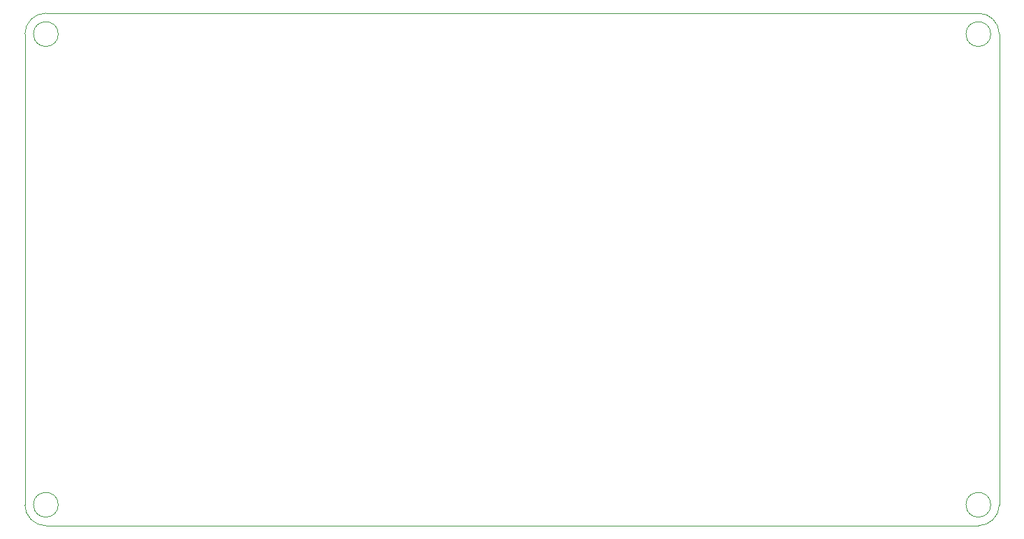
<source format=gm1>
G04 #@! TF.GenerationSoftware,KiCad,Pcbnew,(5.1.2-1)-1*
G04 #@! TF.CreationDate,2020-07-06T20:22:29+09:00*
G04 #@! TF.ProjectId,usb_7seg,7573625f-3773-4656-972e-6b696361645f,rev?*
G04 #@! TF.SameCoordinates,Original*
G04 #@! TF.FileFunction,Profile,NP*
%FSLAX46Y46*%
G04 Gerber Fmt 4.6, Leading zero omitted, Abs format (unit mm)*
G04 Created by KiCad (PCBNEW (5.1.2-1)-1) date 2020-07-06 20:22:29*
%MOMM*%
%LPD*%
G04 APERTURE LIST*
%ADD10C,0.050000*%
%ADD11C,0.120000*%
G04 APERTURE END LIST*
D10*
X139930000Y-85090000D02*
G75*
G03X139930000Y-85090000I-1500000J0D01*
G01*
X26900000Y-85090000D02*
G75*
G03X26900000Y-85090000I-1500000J0D01*
G01*
X139930000Y-27940000D02*
G75*
G03X139930000Y-27940000I-1500000J0D01*
G01*
X26900000Y-27940000D02*
G75*
G03X26900000Y-27940000I-1500000J0D01*
G01*
D11*
X22860000Y-27940000D02*
G75*
G02X25400000Y-25400000I2540000J0D01*
G01*
X25400000Y-87630000D02*
G75*
G02X22860000Y-85090000I0J2540000D01*
G01*
X138430000Y-25400000D02*
G75*
G02X140970000Y-27940000I0J-2540000D01*
G01*
X140970000Y-85090000D02*
G75*
G02X138430000Y-87630000I-2540000J0D01*
G01*
X140970000Y-85090000D02*
X140970000Y-27940000D01*
X22860000Y-85090000D02*
X22860000Y-27940000D01*
X25400000Y-87630000D02*
X138430000Y-87630000D01*
X25400000Y-25400000D02*
X138430000Y-25400000D01*
M02*

</source>
